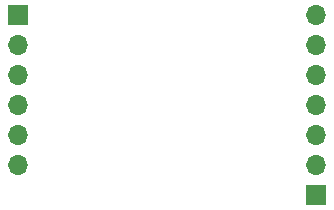
<source format=gbr>
%TF.GenerationSoftware,KiCad,Pcbnew,7.0.7*%
%TF.CreationDate,2024-04-13T21:05:36-07:00*%
%TF.ProjectId,SD-Breakout,53442d42-7265-4616-9b6f-75742e6b6963,rev?*%
%TF.SameCoordinates,Original*%
%TF.FileFunction,Soldermask,Top*%
%TF.FilePolarity,Negative*%
%FSLAX46Y46*%
G04 Gerber Fmt 4.6, Leading zero omitted, Abs format (unit mm)*
G04 Created by KiCad (PCBNEW 7.0.7) date 2024-04-13 21:05:36*
%MOMM*%
%LPD*%
G01*
G04 APERTURE LIST*
%ADD10R,1.700000X1.700000*%
%ADD11O,1.700000X1.700000*%
G04 APERTURE END LIST*
D10*
%TO.C,J2*%
X147574000Y-73660000D03*
D11*
X147574000Y-71120000D03*
X147574000Y-68580000D03*
X147574000Y-66040000D03*
X147574000Y-63500000D03*
X147574000Y-60960000D03*
X147574000Y-58420000D03*
%TD*%
D10*
%TO.C,J1*%
X122350000Y-58420000D03*
D11*
X122350000Y-60960000D03*
X122350000Y-63500000D03*
X122350000Y-66040000D03*
X122350000Y-68580000D03*
X122350000Y-71120000D03*
%TD*%
M02*

</source>
